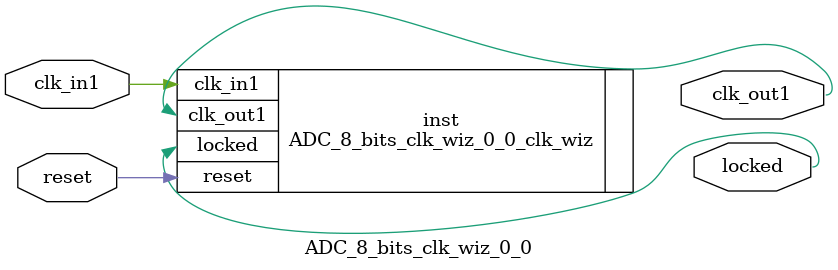
<source format=v>


`timescale 1ps/1ps

(* CORE_GENERATION_INFO = "ADC_8_bits_clk_wiz_0_0,clk_wiz_v6_0_15_0_0,{component_name=ADC_8_bits_clk_wiz_0_0,use_phase_alignment=true,use_min_o_jitter=false,use_max_i_jitter=false,use_dyn_phase_shift=false,use_inclk_switchover=false,use_dyn_reconfig=false,enable_axi=0,feedback_source=FDBK_AUTO,PRIMITIVE=MMCM,num_out_clk=1,clkin1_period=10.000,clkin2_period=10.000,use_power_down=false,use_reset=true,use_locked=true,use_inclk_stopped=false,feedback_type=SINGLE,CLOCK_MGR_TYPE=NA,manual_override=false}" *)

module ADC_8_bits_clk_wiz_0_0 
 (
  // Clock out ports
  output        clk_out1,
  // Status and control signals
  input         reset,
  output        locked,
 // Clock in ports
  input         clk_in1
 );

  ADC_8_bits_clk_wiz_0_0_clk_wiz inst
  (
  // Clock out ports  
  .clk_out1(clk_out1),
  // Status and control signals               
  .reset(reset), 
  .locked(locked),
 // Clock in ports
  .clk_in1(clk_in1)
  );

endmodule

</source>
